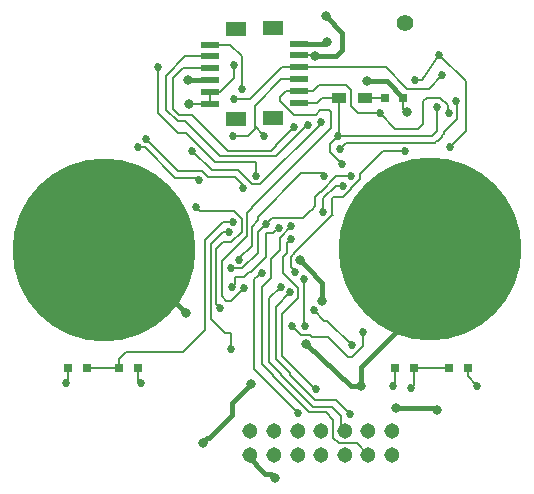
<source format=gtl>
G04 #@! TF.FileFunction,Copper,L1,Top,Signal*
%FSLAX46Y46*%
G04 Gerber Fmt 4.6, Leading zero omitted, Abs format (unit mm)*
G04 Created by KiCad (PCBNEW 4.0.6) date 04/02/17 11:50:18*
%MOMM*%
%LPD*%
G01*
G04 APERTURE LIST*
%ADD10C,0.100000*%
%ADD11R,1.200000X0.900000*%
%ADD12R,1.549400X0.599440*%
%ADD13R,1.798320X1.198880*%
%ADD14C,1.305560*%
%ADD15C,1.422400*%
%ADD16R,0.800000X0.800000*%
%ADD17C,15.500000*%
%ADD18C,0.800000*%
%ADD19C,0.685800*%
%ADD20C,0.406400*%
%ADD21C,0.203200*%
G04 APERTURE END LIST*
D10*
D11*
X156676000Y-92213600D03*
X154476000Y-92213600D03*
D12*
X151127460Y-87630000D03*
X151127460Y-88630760D03*
X151127460Y-89631520D03*
X151127460Y-90629740D03*
X151127460Y-91627960D03*
X151127460Y-92628720D03*
D13*
X148904960Y-86332060D03*
X148904960Y-93929200D03*
D12*
X143512540Y-92710000D03*
X143512540Y-91709240D03*
X143512540Y-90708480D03*
X143512540Y-89710260D03*
X143512540Y-88712040D03*
X143512540Y-87711280D03*
D13*
X145735040Y-94007940D03*
X145735040Y-86410800D03*
D14*
X146970000Y-120470000D03*
X146970000Y-122468980D03*
X148968980Y-120470000D03*
X148968980Y-122468980D03*
X150967960Y-120470000D03*
X150967960Y-122468980D03*
X152969480Y-120470000D03*
X152969480Y-122468980D03*
X154968460Y-120470000D03*
X154968460Y-122468980D03*
X156969980Y-120470000D03*
X156969980Y-122468980D03*
X158968960Y-120470000D03*
X158968960Y-122468980D03*
D15*
X160021000Y-85863600D03*
D16*
X131534000Y-115070000D03*
X133134000Y-115070000D03*
X135852000Y-115070000D03*
X137452000Y-115070000D03*
X159220000Y-115070000D03*
X160820000Y-115070000D03*
X163792000Y-115070000D03*
X165392000Y-115070000D03*
X158331000Y-92210000D03*
X159931000Y-92210000D03*
D17*
X134600000Y-105100000D03*
X162200000Y-105050000D03*
D18*
X153060400Y-109418500D03*
X151130000Y-105926000D03*
X142925800Y-121407300D03*
X147040600Y-116428900D03*
X156845000Y-90805000D03*
X162763200Y-118664100D03*
X159308800Y-118511700D03*
D19*
X145542000Y-89408000D03*
X154559000Y-96520000D03*
X164338000Y-92456000D03*
D18*
X152476200Y-88692100D03*
X153339800Y-85326600D03*
X160197800Y-93403800D03*
X141808200Y-92705300D03*
X149034500Y-124366400D03*
X141706600Y-90673300D03*
X153454100Y-87511000D03*
D19*
X146227800Y-91486100D03*
X142582900Y-99207700D03*
X137439400Y-96375600D03*
X145465800Y-95423100D03*
X148145500Y-95423100D03*
X145491200Y-102738300D03*
X160566100Y-116759100D03*
X156464000Y-112034700D03*
X150482300Y-111514000D03*
X147993100Y-107056300D03*
X150964900Y-118892700D03*
X150444200Y-103093900D03*
X149529800Y-108224700D03*
X150329900Y-108694600D03*
X155397200Y-119019700D03*
X150749000Y-106942000D03*
X160020000Y-96718500D03*
X163842700Y-96413700D03*
X160934400Y-90736800D03*
X162941000Y-88577800D03*
X155448000Y-98814000D03*
X145300700Y-106624500D03*
X148272500Y-102928800D03*
X146405600Y-108326300D03*
X163804600Y-93492700D03*
X157911800Y-93530800D03*
X144437100Y-110028100D03*
X142354300Y-101455600D03*
X145542000Y-92298900D03*
X163207700Y-90305000D03*
X154774900Y-99652200D03*
X153149300Y-101900100D03*
X154749500Y-97798000D03*
X149352000Y-103220900D03*
X145415000Y-108224700D03*
X162788600Y-92972000D03*
X154393900Y-95448500D03*
X152488900Y-116860700D03*
X150431500Y-104148000D03*
X145186400Y-103601900D03*
X145364200Y-113495200D03*
X139153900Y-89593800D03*
X147421600Y-98852100D03*
X146380200Y-99880800D03*
X138099800Y-95689800D03*
X150698200Y-94648400D03*
X151815800Y-94546800D03*
X152920700Y-94292800D03*
X142049500Y-96680400D03*
X146024600Y-105951400D03*
X153238200Y-98877500D03*
D18*
X151688800Y-113038000D03*
X156375100Y-116594000D03*
X141528800Y-110459900D03*
D19*
X131356100Y-116390800D03*
X137668000Y-116378100D03*
X159029400Y-116581300D03*
X166192200Y-116581300D03*
X151625300Y-111577500D03*
X151549100Y-107577000D03*
X152349200Y-110205900D03*
X155536900Y-113177700D03*
D20*
X153060400Y-109418500D02*
X153060400Y-107856400D01*
X151765000Y-106561000D02*
X151130000Y-105926000D01*
X153060400Y-107856400D02*
X151765000Y-106561000D01*
X145453100Y-119095900D02*
X145453100Y-118016400D01*
X145453100Y-119095900D02*
X143497300Y-121051700D01*
X143497300Y-121051700D02*
X143281400Y-121051700D01*
X143281400Y-121051700D02*
X142925800Y-121407300D01*
X145453100Y-118016400D02*
X147040600Y-116428900D01*
X156845000Y-90805000D02*
X158496000Y-90805000D01*
X158496000Y-90805000D02*
X159893000Y-92202000D01*
X162763200Y-118664100D02*
X162610800Y-118511700D01*
X162610800Y-118511700D02*
X159308800Y-118511700D01*
D21*
X143512540Y-91709240D02*
X143510000Y-91694000D01*
X143510000Y-91694000D02*
X144399000Y-91694000D01*
X144399000Y-91694000D02*
X145542000Y-90551000D01*
X145542000Y-90551000D02*
X145542000Y-89408000D01*
X155067000Y-96012000D02*
X154559000Y-96520000D01*
X162560000Y-96012000D02*
X155067000Y-96012000D01*
X162687000Y-95885000D02*
X162560000Y-96012000D01*
X162814000Y-95885000D02*
X162687000Y-95885000D01*
X163195000Y-95504000D02*
X162814000Y-95885000D01*
X163195000Y-95377000D02*
X163195000Y-95504000D01*
X163322000Y-95250000D02*
X163195000Y-95377000D01*
X163322000Y-95123000D02*
X163322000Y-95250000D01*
X164465000Y-93980000D02*
X163322000Y-95123000D01*
X164465000Y-92583000D02*
X164465000Y-93980000D01*
X164338000Y-92456000D02*
X164465000Y-92583000D01*
X159893000Y-92202000D02*
X159931000Y-92210000D01*
D20*
X152476200Y-88692100D02*
X154178000Y-88692100D01*
D21*
X152414860Y-88630760D02*
X152476200Y-88692100D01*
X151127460Y-88630760D02*
X152414860Y-88630760D01*
D20*
X154711400Y-86698200D02*
X153339800Y-85326600D01*
X154711400Y-88158700D02*
X154711400Y-86698200D01*
X154178000Y-88692100D02*
X154711400Y-88158700D01*
D21*
X159931000Y-92210000D02*
X159931000Y-93137000D01*
X159931000Y-93137000D02*
X160197800Y-93403800D01*
X143512540Y-92710000D02*
X143512540Y-91709240D01*
X141812900Y-92710000D02*
X143512540Y-92710000D01*
X141808200Y-92705300D02*
X141812900Y-92710000D01*
D20*
X148249020Y-124087000D02*
X146661000Y-122498980D01*
X148755100Y-124087000D02*
X148249020Y-124087000D01*
X149034500Y-124366400D02*
X148755100Y-124087000D01*
X146661000Y-122500900D02*
X146661000Y-122498980D01*
X141741780Y-90708480D02*
X143512540Y-90708480D01*
X141706600Y-90673300D02*
X141741780Y-90708480D01*
X153335100Y-87630000D02*
X151127460Y-87630000D01*
X153454100Y-87511000D02*
X153335100Y-87630000D01*
D21*
X143512540Y-87711280D02*
X145272380Y-87711280D01*
X146227800Y-88666700D02*
X146227800Y-91486100D01*
X145272380Y-87711280D02*
X146227800Y-88666700D01*
X137439400Y-96375600D02*
X138010900Y-96375600D01*
X142354300Y-98979100D02*
X142582900Y-99207700D01*
X140614400Y-98979100D02*
X142354300Y-98979100D01*
X138010900Y-96375600D02*
X140614400Y-98979100D01*
X147320000Y-94597600D02*
X147320000Y-94864300D01*
X146761200Y-95423100D02*
X145465800Y-95423100D01*
X147320000Y-94864300D02*
X146761200Y-95423100D01*
X149885400Y-90629740D02*
X149586060Y-90629740D01*
X147320000Y-94597600D02*
X148145500Y-95423100D01*
X147320000Y-92895800D02*
X147320000Y-94597600D01*
X149586060Y-90629740D02*
X147320000Y-92895800D01*
X151127460Y-90629740D02*
X149885400Y-90629740D01*
X149885400Y-90629740D02*
X149827360Y-90629740D01*
X145491200Y-102738300D02*
X144665700Y-102738300D01*
X143129000Y-111869600D02*
X142811500Y-112187100D01*
X143129000Y-104275000D02*
X143129000Y-111869600D01*
X144665700Y-102738300D02*
X143129000Y-104275000D01*
X135852000Y-114333300D02*
X135852000Y-115070000D01*
X136474200Y-113711100D02*
X137731500Y-113711100D01*
X135852000Y-114333300D02*
X136474200Y-113711100D01*
X141287500Y-113711100D02*
X137731500Y-113711100D01*
X142811500Y-112187100D02*
X141287500Y-113711100D01*
X133134000Y-115070000D02*
X135852000Y-115070000D01*
X152273000Y-112428400D02*
X152171400Y-112428400D01*
X156464000Y-113266600D02*
X155562300Y-114168300D01*
X155562300Y-114168300D02*
X155244800Y-114168300D01*
X155244800Y-114168300D02*
X153504900Y-112428400D01*
X153504900Y-112428400D02*
X152273000Y-112428400D01*
X160820000Y-116505200D02*
X160566100Y-116759100D01*
X160820000Y-115070000D02*
X160820000Y-116505200D01*
X156464000Y-112034700D02*
X156464000Y-113266600D01*
X151257000Y-112288700D02*
X150482300Y-111514000D01*
X152031700Y-112288700D02*
X151257000Y-112288700D01*
X152171400Y-112428400D02*
X152031700Y-112288700D01*
X160820000Y-115070000D02*
X163792000Y-115070000D01*
X147256500Y-107564300D02*
X147993100Y-107056300D01*
X147256500Y-115184300D02*
X147256500Y-107564300D01*
X150964900Y-118892700D02*
X147256500Y-115184300D01*
X153073100Y-118854600D02*
X153339800Y-118854600D01*
X148678900Y-106268900D02*
X148678900Y-107500800D01*
X147955000Y-108224700D02*
X148678900Y-107500800D01*
X147955000Y-114790600D02*
X147955000Y-108224700D01*
X148869400Y-115705000D02*
X147955000Y-114790600D01*
X148869400Y-115793900D02*
X148869400Y-115705000D01*
X151930100Y-118854600D02*
X148869400Y-115793900D01*
X153073100Y-118854600D02*
X151930100Y-118854600D01*
X155971800Y-121470800D02*
X156969980Y-122468980D01*
X154432000Y-121470800D02*
X155971800Y-121470800D01*
X153974800Y-121013600D02*
X154432000Y-121470800D01*
X153974800Y-119489600D02*
X153974800Y-121013600D01*
X153339800Y-118854600D02*
X153974800Y-119489600D01*
X149440900Y-105113200D02*
X149440900Y-104097200D01*
X148678900Y-105875200D02*
X149440900Y-105113200D01*
X148678900Y-106268900D02*
X148678900Y-105875200D01*
X149440900Y-104097200D02*
X150444200Y-103093900D01*
X148678900Y-106268900D02*
X148678900Y-106091100D01*
X149561550Y-115660550D02*
X149561550Y-115609750D01*
X148551900Y-109202600D02*
X149529800Y-108224700D01*
X148551900Y-114600100D02*
X148551900Y-109202600D01*
X149561550Y-115609750D02*
X148551900Y-114600100D01*
X154659460Y-120500000D02*
X154659460Y-119145560D01*
X152298400Y-118397400D02*
X149561550Y-115660550D01*
X149561550Y-115660550D02*
X149529800Y-115628800D01*
X153911300Y-118397400D02*
X152298400Y-118397400D01*
X154659460Y-119145560D02*
X153911300Y-118397400D01*
X150336250Y-115685950D02*
X150336250Y-115558950D01*
X149110700Y-109913800D02*
X150329900Y-108694600D01*
X149110700Y-114333400D02*
X149110700Y-109913800D01*
X150336250Y-115558950D02*
X149110700Y-114333400D01*
X152450800Y-117800500D02*
X150336250Y-115685950D01*
X150336250Y-115685950D02*
X150329900Y-115679600D01*
X154178000Y-117800500D02*
X152450800Y-117800500D01*
X155397200Y-119019700D02*
X154178000Y-117800500D01*
X150368000Y-106561000D02*
X150749000Y-106942000D01*
X150368000Y-105672000D02*
X150749000Y-105291000D01*
X150749000Y-105278300D02*
X150749000Y-105291000D01*
X150368000Y-106561000D02*
X150368000Y-105672000D01*
X155448000Y-99830000D02*
X155448000Y-99957000D01*
X158178500Y-96718500D02*
X156210000Y-98687000D01*
X156210000Y-98687000D02*
X156210000Y-99068000D01*
X156210000Y-99068000D02*
X155448000Y-99830000D01*
X158254700Y-96718500D02*
X160020000Y-96718500D01*
X163842700Y-96413700D02*
X165188900Y-95067500D01*
X165188900Y-95067500D02*
X165188900Y-90825700D01*
X162941000Y-88577800D02*
X165188900Y-90825700D01*
X158254700Y-96718500D02*
X158178500Y-96718500D01*
X153911300Y-100731700D02*
X153911300Y-102116000D01*
X154051000Y-100592000D02*
X153911300Y-100731700D01*
X154813000Y-100592000D02*
X154051000Y-100592000D01*
X155448000Y-99957000D02*
X154813000Y-100592000D01*
X153911300Y-102116000D02*
X150749000Y-105278300D01*
X150749000Y-105278300D02*
X150622000Y-105405300D01*
X153924000Y-102116000D02*
X153911300Y-102116000D01*
X161480500Y-90736800D02*
X160934400Y-90736800D01*
X162941000Y-88577800D02*
X161480500Y-90736800D01*
X154235150Y-98871150D02*
X155390850Y-98871150D01*
X155390850Y-98871150D02*
X155448000Y-98814000D01*
X146278600Y-106624500D02*
X147586700Y-105316400D01*
X147586700Y-105316400D02*
X147586700Y-104097200D01*
X147586700Y-104097200D02*
X147612100Y-104071800D01*
X145300700Y-106624500D02*
X146278600Y-106624500D01*
X147612100Y-103589200D02*
X148272500Y-102928800D01*
X152146000Y-101696900D02*
X152120600Y-101696900D01*
X152120600Y-101696900D02*
X151384000Y-102433500D01*
X151384000Y-102433500D02*
X148767800Y-102433500D01*
X148767800Y-102433500D02*
X148272500Y-102928800D01*
X152146000Y-101696900D02*
X152476200Y-101366700D01*
X152476200Y-101366700D02*
X152476200Y-100579300D01*
X152476200Y-100579300D02*
X152920700Y-100134800D01*
X152920700Y-100134800D02*
X152920700Y-100185600D01*
X152920700Y-100185600D02*
X154235150Y-98871150D01*
X154235150Y-98871150D02*
X154266900Y-98839400D01*
X147612100Y-104071800D02*
X147612100Y-103589200D01*
X151127460Y-91627960D02*
X149946740Y-91627960D01*
X145313400Y-109418500D02*
X146405600Y-108326300D01*
X144932400Y-109418500D02*
X145313400Y-109418500D01*
X144538700Y-109024800D02*
X144932400Y-109418500D01*
X144538700Y-106014900D02*
X144538700Y-109024800D01*
X146659598Y-103894002D02*
X144538700Y-106014900D01*
X146659598Y-101989002D02*
X146659598Y-103894002D01*
X147066000Y-101582600D02*
X146659598Y-101989002D01*
X147066000Y-101481000D02*
X147066000Y-101582600D01*
X153797000Y-94750000D02*
X147066000Y-101481000D01*
X153797000Y-93403800D02*
X153797000Y-94750000D01*
X153631900Y-93238700D02*
X153797000Y-93403800D01*
X152895300Y-93238700D02*
X153631900Y-93238700D01*
X152501600Y-93632400D02*
X152895300Y-93238700D01*
X150622000Y-93632400D02*
X152501600Y-93632400D01*
X149453600Y-92464000D02*
X150622000Y-93632400D01*
X149453600Y-92121100D02*
X149453600Y-92464000D01*
X149946740Y-91627960D02*
X149453600Y-92121100D01*
X157911800Y-93530800D02*
X156108400Y-93530800D01*
X152308940Y-91627960D02*
X151127460Y-91627960D01*
X152793700Y-91143200D02*
X152308940Y-91627960D01*
X155079700Y-91143200D02*
X152793700Y-91143200D01*
X155524200Y-91587700D02*
X155079700Y-91143200D01*
X155524200Y-92946600D02*
X155524200Y-91587700D01*
X156108400Y-93530800D02*
X155524200Y-92946600D01*
X163804600Y-93492700D02*
X163677600Y-93365700D01*
X163677600Y-93365700D02*
X163677600Y-92832300D01*
X163677600Y-92832300D02*
X163042600Y-92197300D01*
X163042600Y-92197300D02*
X161925000Y-92197300D01*
X161925000Y-92197300D02*
X161594800Y-92527500D01*
X161594800Y-92527500D02*
X161594800Y-94419800D01*
X161594800Y-94419800D02*
X161150300Y-94864300D01*
X161150300Y-94864300D02*
X159245300Y-94864300D01*
X159245300Y-94864300D02*
X157911800Y-93530800D01*
X144081500Y-105011600D02*
X144081500Y-109672500D01*
X146227800Y-103563800D02*
X145338800Y-104452800D01*
X145338800Y-104452800D02*
X144640300Y-104452800D01*
X144640300Y-104452800D02*
X144081500Y-105011600D01*
X146227800Y-103513000D02*
X146227800Y-103563800D01*
X144081500Y-109672500D02*
X144437100Y-110028100D01*
X145542000Y-101798500D02*
X146227800Y-102484300D01*
X146227800Y-102484300D02*
X146227800Y-103513000D01*
X146227800Y-103513000D02*
X146227800Y-103551100D01*
X142697200Y-101798500D02*
X144322800Y-101798500D01*
X142354300Y-101455600D02*
X142697200Y-101798500D01*
X144322800Y-101798500D02*
X145542000Y-101798500D01*
X151127460Y-89631520D02*
X149644480Y-89631520D01*
X146977100Y-92298900D02*
X145542000Y-92298900D01*
X149644480Y-89631520D02*
X146977100Y-92298900D01*
X158419420Y-89631520D02*
X151127460Y-89631520D01*
X160235900Y-91448000D02*
X158419420Y-89631520D01*
X162064700Y-91448000D02*
X160235900Y-91448000D01*
X163207700Y-90305000D02*
X162064700Y-91448000D01*
X154228800Y-99652200D02*
X154774900Y-99652200D01*
X153149300Y-101900100D02*
X153149300Y-100731700D01*
X153149300Y-100731700D02*
X154228800Y-99652200D01*
X153720800Y-96121600D02*
X154393900Y-95448500D01*
X153720800Y-96769300D02*
X153720800Y-96121600D01*
X154749500Y-97798000D02*
X153720800Y-96769300D01*
X145630900Y-107411900D02*
X145630900Y-108008800D01*
X146888200Y-106929300D02*
X146456400Y-107361100D01*
X146456400Y-107361100D02*
X146456400Y-107411900D01*
X148310600Y-103678100D02*
X148894800Y-103678100D01*
X148894800Y-103678100D02*
X149352000Y-103220900D01*
X148310600Y-105659300D02*
X148310600Y-103678100D01*
X147040600Y-106929300D02*
X148310600Y-105659300D01*
X145630900Y-107411900D02*
X146456400Y-107411900D01*
X147040600Y-106929300D02*
X146888200Y-106929300D01*
X145630900Y-108008800D02*
X145415000Y-108224700D01*
X162788600Y-92972000D02*
X162775900Y-92984700D01*
X162775900Y-92984700D02*
X162775900Y-95004000D01*
X162775900Y-95004000D02*
X162331400Y-95448500D01*
X162331400Y-95448500D02*
X154393900Y-95448500D01*
X154476000Y-92213600D02*
X154476000Y-95366400D01*
X154476000Y-95366400D02*
X154393900Y-95448500D01*
X154476000Y-92213600D02*
X153031400Y-92213600D01*
X152616280Y-92628720D02*
X151127460Y-92628720D01*
X153031400Y-92213600D02*
X152616280Y-92628720D01*
X152488900Y-116860700D02*
X152476200Y-116860700D01*
X149682200Y-110510700D02*
X151015700Y-109177200D01*
X149682200Y-114066700D02*
X149682200Y-110510700D01*
X152476200Y-116860700D02*
X149682200Y-114066700D01*
X149707600Y-105697400D02*
X150063200Y-105341800D01*
X149707600Y-107030900D02*
X149707600Y-105697400D01*
X151015700Y-108339000D02*
X149707600Y-107030900D01*
X151015700Y-109177200D02*
X151015700Y-108339000D01*
X150431500Y-104148000D02*
X150063200Y-104516300D01*
X150063200Y-104516300D02*
X150063200Y-105341800D01*
X145186400Y-103601900D02*
X144640300Y-103601900D01*
X143662400Y-104579800D02*
X143662400Y-110967900D01*
X144640300Y-103601900D02*
X143662400Y-104579800D01*
X145364200Y-112149000D02*
X144843500Y-112149000D01*
X144843500Y-112149000D02*
X143662400Y-110967900D01*
X145364200Y-112123600D02*
X145364200Y-112149000D01*
X145364200Y-112149000D02*
X145364200Y-113495200D01*
X139153900Y-93505400D02*
X139153900Y-89593800D01*
X140843000Y-95194500D02*
X139153900Y-93505400D01*
X141490700Y-95194500D02*
X140843000Y-95194500D01*
X143954500Y-97658300D02*
X141490700Y-95194500D01*
X147434300Y-97658300D02*
X147421600Y-97671000D01*
X147421600Y-97671000D02*
X147421600Y-98852100D01*
X143954500Y-97658300D02*
X147434300Y-97658300D01*
X143357600Y-98915600D02*
X145707100Y-98915600D01*
X146380200Y-99588700D02*
X146380200Y-99880800D01*
X145707100Y-98915600D02*
X146380200Y-99588700D01*
X138099800Y-95689800D02*
X140843000Y-98433000D01*
X140843000Y-98433000D02*
X142875000Y-98433000D01*
X142875000Y-98433000D02*
X143357600Y-98915600D01*
X145116550Y-96750250D02*
X148697950Y-96750250D01*
X149110700Y-96337500D02*
X149110700Y-96235900D01*
X148697950Y-96750250D02*
X149110700Y-96337500D01*
X145116550Y-96750250D02*
X141998700Y-93632400D01*
X141998700Y-93632400D02*
X140906500Y-93632400D01*
X140906500Y-93632400D02*
X140411200Y-93137100D01*
X140411200Y-93137100D02*
X140411200Y-90571700D01*
X140411200Y-90571700D02*
X141272640Y-89710260D01*
X143512540Y-89710260D02*
X141272640Y-89710260D01*
X149110700Y-96235900D02*
X150698200Y-94648400D01*
X144411700Y-97175700D02*
X149136100Y-97175700D01*
X144411700Y-97175700D02*
X141439900Y-94203900D01*
X141439900Y-94203900D02*
X140804900Y-94203900D01*
X140804900Y-94203900D02*
X139827000Y-93226000D01*
X139827000Y-93226000D02*
X139827000Y-90343100D01*
X139827000Y-90343100D02*
X141458060Y-88712040D01*
X143512540Y-88712040D02*
X141458060Y-88712040D01*
X151765000Y-94546800D02*
X151815800Y-94546800D01*
X149136100Y-97175700D02*
X151765000Y-94546800D01*
X143700500Y-98331400D02*
X145897600Y-98331400D01*
X147091400Y-99550600D02*
X147802600Y-99550600D01*
X146913600Y-99372800D02*
X147091400Y-99550600D01*
X146913600Y-99347400D02*
X146913600Y-99372800D01*
X145897600Y-98331400D02*
X146913600Y-99347400D01*
X152920700Y-94432500D02*
X152920700Y-94292800D01*
X147802600Y-99550600D02*
X152920700Y-94432500D01*
X142049500Y-96680400D02*
X143700500Y-98331400D01*
X147066000Y-103132000D02*
X147066000Y-104757600D01*
X146024600Y-105799000D02*
X146024600Y-105951400D01*
X147066000Y-104757600D02*
X146024600Y-105799000D01*
X153238200Y-98877500D02*
X152958800Y-98598100D01*
X152958800Y-98598100D02*
X151269700Y-98598100D01*
X151269700Y-98598100D02*
X147593050Y-102274750D01*
X147593050Y-102604950D02*
X147066000Y-103132000D01*
X147593050Y-102274750D02*
X147593050Y-102604950D01*
D20*
X156375100Y-116594000D02*
X156375100Y-115031900D01*
X156375100Y-115031900D02*
X162200000Y-109207000D01*
X162200000Y-109207000D02*
X162200000Y-105050000D01*
X155473400Y-116594000D02*
X156375100Y-116594000D01*
X151688800Y-113038000D02*
X155473400Y-116594000D01*
X141528800Y-110459900D02*
X135978900Y-104910000D01*
X135978900Y-104910000D02*
X134620000Y-104910000D01*
D21*
X131534000Y-116212900D02*
X131534000Y-115070000D01*
X131356100Y-116390800D02*
X131534000Y-116212900D01*
X137452000Y-115070000D02*
X137452000Y-116162100D01*
X137452000Y-116162100D02*
X137668000Y-116378100D01*
X159220000Y-116390700D02*
X159220000Y-115070000D01*
X159029400Y-116581300D02*
X159220000Y-116390700D01*
X165392000Y-115070000D02*
X165392000Y-115781100D01*
X165392000Y-115781100D02*
X166192200Y-116581300D01*
X156676000Y-92213600D02*
X158327400Y-92213600D01*
X158327400Y-92213600D02*
X158331000Y-92210000D01*
X151625300Y-111577500D02*
X151485600Y-111437800D01*
X151485600Y-111437800D02*
X151485600Y-109266100D01*
X151485600Y-109266100D02*
X151549100Y-109202600D01*
X151549100Y-109202600D02*
X151549100Y-107577000D01*
X153447750Y-111088550D02*
X153231850Y-111088550D01*
X153231850Y-111088550D02*
X152349200Y-110205900D01*
X155536900Y-113177700D02*
X153447750Y-111088550D01*
M02*

</source>
